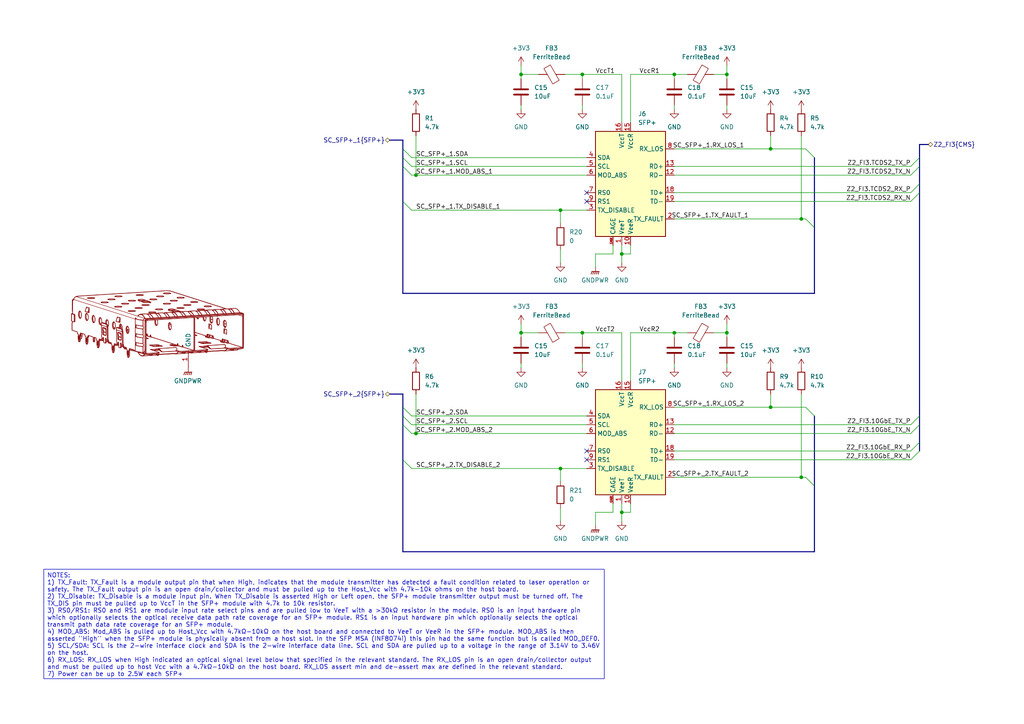
<source format=kicad_sch>
(kicad_sch (version 20230121) (generator eeschema)
  (paper "A4")
  (title_block (title "ATCA Simple Loopback HUB") (date "2023-09-26") (rev "1.0") (company "Karlsruhe Institute of Technology (KIT)") (comment 1 "Institute for Data Processing and Electronics (IPE)") (comment 2 "Luis Ardila") (comment 3 "IPE-380-06") (comment 4 "Licensed under CERN-OHL-P-2.0"))
  (lib_symbols
    (symbol "Device:C" (pin_numbers hide) (pin_names (offset 0.254))
      (property "Reference" "C" (at 0.635 2.54 0))
      (property "Value" "C" (at 0.635 -2.54 0))
      (symbol "C_1_1"
        (pin passive line (at 0 3.81 270) (length 2.794) (name "~") (number "1"))
        (pin passive line (at 0 -3.81 90) (length 2.794) (name "~") (number "2"))
      )
    )
    (symbol "Device:FerriteBead" (pin_numbers hide) (pin_names (offset 0))
      (property "Reference" "FB" (at -3.81 0.635 90))
      (property "Value" "FerriteBead" (at 3.81 0 90))
      (symbol "FerriteBead_1_1"
        (pin passive line (at 0 3.81 270) (length 2.54) (name "~") (number "1"))
        (pin passive line (at 0 -3.81 90) (length 2.54) (name "~") (number "2"))
      )
    )
    (symbol "Device:R" (pin_numbers hide) (pin_names (offset 0))
      (property "Reference" "R" (at 2.032 0 90))
      (property "Value" "R" (at 0 0 90))
      (symbol "R_1_1"
        (pin passive line (at 0 3.81 270) (length 1.27) (name "~") (number "1"))
        (pin passive line (at 0 -3.81 90) (length 1.27) (name "~") (number "2"))
      )
    )
    (symbol "Interface_Optical:SFP+"
      (property "Reference" "J" (at -8.89 16.51 0))
      (property "Value" "SFP+" (at 11.43 16.51 0))
      (symbol "SFP+_1_1"
        (pin power_in line (at -2.54 -17.78 90) (length 2.54) (name "VeeT") (number "1"))
        (pin power_in line (at 0 -17.78 90) (length 2.54) (name "VeeR") (number "10"))
        (pin passive line (at 0 -17.78 90) (length 2.54) hide (name "VeeR") (number "11"))
        (pin output line (at 12.7 2.54 180) (length 2.54) (name "RD-") (number "12"))
        (pin output line (at 12.7 5.08 180) (length 2.54) (name "RD+") (number "13"))
        (pin passive line (at 0 -17.78 90) (length 2.54) hide (name "VeeR") (number "14"))
        (pin power_in line (at 0 17.78 270) (length 2.54) (name "VccR") (number "15"))
        (pin power_in line (at -2.54 17.78 270) (length 2.54) (name "VccT") (number "16"))
        (pin passive line (at -2.54 -17.78 90) (length 2.54) hide (name "VeeT") (number "17"))
        (pin input line (at 12.7 -2.54 180) (length 2.54) (name "TD+") (number "18"))
        (pin input line (at 12.7 -5.08 180) (length 2.54) (name "TD-") (number "19"))
        (pin open_collector line (at 12.7 -10.16 180) (length 2.54) (name "TX_FAULT") (number "2"))
        (pin passive line (at -2.54 -17.78 90) (length 2.54) hide (name "VeeT") (number "20"))
        (pin input line (at -12.7 -7.62 0) (length 2.54) (name "TX_DISABLE") (number "3"))
        (pin bidirectional line (at -12.7 7.62 0) (length 2.54) (name "SDA") (number "4"))
        (pin input line (at -12.7 5.08 0) (length 2.54) (name "SCL") (number "5"))
        (pin passive line (at -12.7 2.54 0) (length 2.54) (name "MOD_ABS") (number "6"))
        (pin input line (at -12.7 -2.54 0) (length 2.54) (name "RS0") (number "7"))
        (pin open_collector line (at 12.7 10.16 180) (length 2.54) (name "RX_LOS") (number "8"))
        (pin input line (at -12.7 -5.08 0) (length 2.54) (name "RS1") (number "9"))
        (pin passive line (at -5.08 -17.78 90) (length 2.54) (name "CAGE") (number "CAGE"))
      )
    )
    (symbol "power:+3V3" (power) (pin_names (offset 0))
      (property "Value" "+3V3" (at 0 3.556 0))
      (symbol "+3V3_1_1"
        (pin power_in line (at 0 0 90) (length 0) hide (name "+3V3") (number "1"))
      )
    )
    (symbol "power:GND" (power) (pin_names (offset 0))
      (property "Value" "GND" (at 0 -3.81 0))
      (symbol "GND_1_1"
        (pin power_in line (at 0 0 270) (length 0) hide (name "GND") (number "1"))
      )
    )
    (symbol "power:GNDPWR" (power) (pin_names (offset 0))
      (property "Value" "GNDPWR" (at 0 -3.302 0))
      (symbol "GNDPWR_1_1"
        (pin power_in line (at 0 0 270) (length 0) hide (name "GNDPWR") (number "1"))
      )
    )
    (symbol "project:TE 2007262-1" (pin_names (offset 1.016))
      (symbol "TE 2007262-1_1_1"
        (pin power_in line (at 8.89 -12.7 90) (length 5) (name "GND") (number "1"))
      )
    )
  )
  (bus_alias "SFP+" (members "SDA" "SCL" "MOD_ABS_1" "TX_DISABLE_1" "RX_LOS_1" "TX_FAULT_1" "MOD_ABS_2" "TX_DISABLE_2" "RX_LOS_2" "TX_FAULT_2"))
  (junction (at 168.91 96.52))
  (junction (at 151.13 96.52))
  (junction (at 120.65 50.8))
  (junction (at 162.56 60.96))
  (junction (at 195.58 21.59))
  (junction (at 162.56 135.89))
  (junction (at 232.41 138.43))
  (junction (at 223.52 118.11))
  (junction (at 195.58 96.52))
  (junction (at 120.65 125.73))
  (junction (at 232.41 63.5))
  (junction (at 210.82 21.59))
  (junction (at 223.52 43.18))
  (junction (at 168.91 21.59))
  (junction (at 180.34 73.66))
  (junction (at 210.82 96.52))
  (junction (at 151.13 21.59))
  (junction (at 180.34 148.59))
  (no_connect (at 170.18 130.81))
  (no_connect (at 170.18 58.42))
  (no_connect (at 170.18 55.88))
  (no_connect (at 170.18 133.35))
  (bus_entry (at 266.7 120.65) (size -2.54 2.54))
  (bus_entry (at 266.7 123.19) (size -2.54 2.54))
  (bus_entry (at 233.68 43.18) (size 2.54 2.54))
  (bus_entry (at 233.68 118.11) (size 2.54 2.54))
  (bus_entry (at 233.68 138.43) (size 2.54 2.54))
  (bus_entry (at 116.84 133.35) (size 2.54 2.54))
  (bus_entry (at 116.84 123.19) (size 2.54 2.54))
  (bus_entry (at 266.7 130.81) (size -2.54 2.54))
  (bus_entry (at 233.68 63.5) (size 2.54 2.54))
  (bus_entry (at 116.84 45.72) (size 2.54 2.54))
  (bus_entry (at 266.7 55.88) (size -2.54 2.54))
  (bus_entry (at 266.7 48.26) (size -2.54 2.54))
  (bus_entry (at 266.7 53.34) (size -2.54 2.54))
  (bus_entry (at 116.84 48.26) (size 2.54 2.54))
  (bus_entry (at 266.7 128.27) (size -2.54 2.54))
  (bus_entry (at 116.84 118.11) (size 2.54 2.54))
  (bus_entry (at 266.7 45.72) (size -2.54 2.54))
  (bus_entry (at 116.84 43.18) (size 2.54 2.54))
  (bus_entry (at 116.84 120.65) (size 2.54 2.54))
  (bus_entry (at 116.84 58.42) (size 2.54 2.54))
  (wire (pts (xy 210.82 21.59) (xy 210.82 22.86)))
  (wire (pts (xy 182.88 110.49) (xy 182.88 96.52)))
  (wire (pts (xy 195.58 43.18) (xy 223.52 43.18)))
  (wire (pts (xy 199.39 21.59) (xy 195.58 21.59)))
  (bus (pts (xy 236.22 66.04) (xy 236.22 85.09)))
  (bus (pts (xy 266.7 48.26) (xy 266.7 53.34)))
  (wire (pts (xy 177.8 148.59) (xy 177.8 146.05)))
  (bus (pts (xy 236.22 120.65) (xy 236.22 140.97)))
  (wire (pts (xy 180.34 148.59) (xy 180.34 151.13)))
  (wire (pts (xy 162.56 135.89) (xy 162.56 139.7)))
  (wire (pts (xy 195.58 118.11) (xy 223.52 118.11)))
  (wire (pts (xy 182.88 148.59) (xy 180.34 148.59)))
  (bus (pts (xy 116.84 40.64) (xy 116.84 43.18)))
  (wire (pts (xy 195.58 96.52) (xy 195.58 97.79)))
  (wire (pts (xy 151.13 96.52) (xy 156.21 96.52)))
  (wire (pts (xy 162.56 60.96) (xy 162.56 64.77)))
  (wire (pts (xy 163.83 96.52) (xy 168.91 96.52)))
  (bus (pts (xy 116.84 123.19) (xy 116.84 133.35)))
  (wire (pts (xy 151.13 21.59) (xy 151.13 22.86)))
  (wire (pts (xy 182.88 71.12) (xy 182.88 73.66)))
  (wire (pts (xy 168.91 21.59) (xy 180.34 21.59)))
  (wire (pts (xy 162.56 72.39) (xy 162.56 76.2)))
  (wire (pts (xy 180.34 73.66) (xy 180.34 76.2)))
  (wire (pts (xy 119.38 60.96) (xy 162.56 60.96)))
  (bus (pts (xy 236.22 140.97) (xy 236.22 160.02)))
  (wire (pts (xy 119.38 50.8) (xy 120.65 50.8)))
  (wire (pts (xy 119.38 125.73) (xy 120.65 125.73)))
  (bus (pts (xy 116.84 48.26) (xy 116.84 58.42)))
  (wire (pts (xy 162.56 147.32) (xy 162.56 151.13)))
  (wire (pts (xy 199.39 96.52) (xy 195.58 96.52)))
  (bus (pts (xy 236.22 45.72) (xy 236.22 66.04)))
  (wire (pts (xy 172.72 148.59) (xy 177.8 148.59)))
  (bus (pts (xy 113.03 40.64) (xy 116.84 40.64)))
  (wire (pts (xy 119.38 48.26) (xy 170.18 48.26)))
  (wire (pts (xy 195.58 21.59) (xy 195.58 22.86)))
  (wire (pts (xy 210.82 30.48) (xy 210.82 31.75)))
  (wire (pts (xy 232.41 114.3) (xy 232.41 138.43)))
  (wire (pts (xy 168.91 96.52) (xy 180.34 96.52)))
  (wire (pts (xy 120.65 114.3) (xy 120.65 125.73)))
  (wire (pts (xy 168.91 21.59) (xy 168.91 22.86)))
  (wire (pts (xy 120.65 125.73) (xy 170.18 125.73)))
  (wire (pts (xy 177.8 73.66) (xy 177.8 71.12)))
  (wire (pts (xy 151.13 93.98) (xy 151.13 96.52)))
  (bus (pts (xy 266.7 128.27) (xy 266.7 130.81)))
  (bus (pts (xy 116.84 120.65) (xy 116.84 123.19)))
  (wire (pts (xy 195.58 58.42) (xy 264.16 58.42)))
  (bus (pts (xy 116.84 45.72) (xy 116.84 48.26)))
  (bus (pts (xy 269.24 41.91) (xy 266.7 41.91)))
  (wire (pts (xy 172.72 152.4) (xy 172.72 148.59)))
  (wire (pts (xy 119.38 123.19) (xy 170.18 123.19)))
  (wire (pts (xy 195.58 106.68) (xy 195.58 105.41)))
  (wire (pts (xy 119.38 135.89) (xy 162.56 135.89)))
  (bus (pts (xy 266.7 120.65) (xy 266.7 123.19)))
  (wire (pts (xy 232.41 39.37) (xy 232.41 63.5)))
  (wire (pts (xy 168.91 30.48) (xy 168.91 31.75)))
  (wire (pts (xy 163.83 21.59) (xy 168.91 21.59)))
  (wire (pts (xy 172.72 73.66) (xy 177.8 73.66)))
  (bus (pts (xy 116.84 133.35) (xy 116.84 160.02)))
  (bus (pts (xy 266.7 55.88) (xy 266.7 120.65)))
  (bus (pts (xy 266.7 53.34) (xy 266.7 55.88)))
  (wire (pts (xy 180.34 71.12) (xy 180.34 73.66)))
  (wire (pts (xy 223.52 43.18) (xy 223.52 39.37)))
  (wire (pts (xy 223.52 43.18) (xy 233.68 43.18)))
  (wire (pts (xy 195.58 125.73) (xy 264.16 125.73)))
  (wire (pts (xy 210.82 96.52) (xy 210.82 97.79)))
  (wire (pts (xy 182.88 21.59) (xy 195.58 21.59)))
  (bus (pts (xy 116.84 114.3) (xy 116.84 118.11)))
  (wire (pts (xy 119.38 120.65) (xy 170.18 120.65)))
  (wire (pts (xy 182.88 146.05) (xy 182.88 148.59)))
  (wire (pts (xy 182.88 35.56) (xy 182.88 21.59)))
  (wire (pts (xy 223.52 118.11) (xy 233.68 118.11)))
  (wire (pts (xy 210.82 93.98) (xy 210.82 96.52)))
  (bus (pts (xy 113.03 114.3) (xy 116.84 114.3)))
  (bus (pts (xy 266.7 123.19) (xy 266.7 128.27)))
  (bus (pts (xy 116.84 43.18) (xy 116.84 45.72)))
  (wire (pts (xy 151.13 96.52) (xy 151.13 97.79)))
  (wire (pts (xy 210.82 21.59) (xy 207.01 21.59)))
  (wire (pts (xy 151.13 19.05) (xy 151.13 21.59)))
  (wire (pts (xy 180.34 35.56) (xy 180.34 21.59)))
  (wire (pts (xy 151.13 105.41) (xy 151.13 106.68)))
  (wire (pts (xy 162.56 135.89) (xy 170.18 135.89)))
  (wire (pts (xy 162.56 60.96) (xy 170.18 60.96)))
  (wire (pts (xy 180.34 146.05) (xy 180.34 148.59)))
  (wire (pts (xy 195.58 50.8) (xy 264.16 50.8)))
  (wire (pts (xy 210.82 96.52) (xy 207.01 96.52)))
  (wire (pts (xy 195.58 55.88) (xy 264.16 55.88)))
  (wire (pts (xy 120.65 50.8) (xy 170.18 50.8)))
  (wire (pts (xy 195.58 123.19) (xy 264.16 123.19)))
  (wire (pts (xy 195.58 130.81) (xy 264.16 130.81)))
  (wire (pts (xy 232.41 63.5) (xy 233.68 63.5)))
  (wire (pts (xy 168.91 96.52) (xy 168.91 97.79)))
  (wire (pts (xy 151.13 30.48) (xy 151.13 31.75)))
  (wire (pts (xy 151.13 21.59) (xy 156.21 21.59)))
  (bus (pts (xy 266.7 45.72) (xy 266.7 48.26)))
  (wire (pts (xy 232.41 138.43) (xy 233.68 138.43)))
  (wire (pts (xy 172.72 77.47) (xy 172.72 73.66)))
  (wire (pts (xy 182.88 73.66) (xy 180.34 73.66)))
  (bus (pts (xy 116.84 58.42) (xy 116.84 85.09)))
  (bus (pts (xy 116.84 160.02) (xy 236.22 160.02)))
  (wire (pts (xy 168.91 105.41) (xy 168.91 106.68)))
  (bus (pts (xy 116.84 85.09) (xy 236.22 85.09)))
  (wire (pts (xy 195.58 138.43) (xy 232.41 138.43)))
  (wire (pts (xy 195.58 31.75) (xy 195.58 30.48)))
  (wire (pts (xy 210.82 105.41) (xy 210.82 106.68)))
  (wire (pts (xy 195.58 48.26) (xy 264.16 48.26)))
  (wire (pts (xy 120.65 39.37) (xy 120.65 50.8)))
  (bus (pts (xy 266.7 41.91) (xy 266.7 45.72)))
  (wire (pts (xy 210.82 19.05) (xy 210.82 21.59)))
  (wire (pts (xy 223.52 118.11) (xy 223.52 114.3)))
  (wire (pts (xy 180.34 110.49) (xy 180.34 96.52)))
  (wire (pts (xy 195.58 63.5) (xy 232.41 63.5)))
  (bus (pts (xy 116.84 118.11) (xy 116.84 120.65)))
  (wire (pts (xy 195.58 133.35) (xy 264.16 133.35)))
  (wire (pts (xy 182.88 96.52) (xy 195.58 96.52)))
  (wire (pts (xy 119.38 45.72) (xy 170.18 45.72)))
  (text_box "NOTES:\n1) TX_Fault: TX_Fault is a module output pin that when High, indicates that the module transmitter has detected a fault condition related to laser operation or safety. The TX_Fault output pin is an open drain/collector and must be pulled up to the Host_Vcc with 4.7k-10k ohms on the host board.\n2) TX_Disable: TX_Disable is a module input pin. When TX_Disable is asserted High or Left open, the SFP+ module transmitter output must be turned off. The TX_DIS pin must be pulled up to VccT in the SFP+ module with 4.7k to 10k resistor.\n3) RS0/RS1: RS0 and RS1 are module input rate select pins and are pulled low to VeeT with a >30kΩ resistor in the module. RS0 is an input hardware pin which optionally selects the optical receive data path rate coverage for an SFP+ module. RS1 is an input hardware pin which optionally selects the optical transmit path data rate coverage for an SFP+ module.\n4) MOD_ABS: Mod_ABS is pulled up to Host_Vcc with 4.7kΩ-10kΩ on the host board and connected to VeeT or VeeR in the SFP+ module. MOD_ABS is then asserted ''High'' when the SFP+ module is physically absent from a host slot. In the SFP MSA (INF8074i) this pin had the same function but is called MOD_DEF0.\n5) SCL/SDA: SCL is the 2-wire interface clock and SDA is the 2-wire interface data line. SCL and SDA are pulled up to a voltage in the range of 3.14V to 3.46V on the host.\n6) RX_LOS: RX_LOS when High indicated an optical signal level below that specified in the relevant standard. The RX_LOS pin is an open drain/collector output and must be pulled up to host Vcc with a 4.7kΩ-10kΩ on the host board. RX_LOS assert min and de-assert max are defined in the relevant standard.\n7) Power can be up to 2.5W each SFP+" (at 12.7 165.1 0) (size 162.56 31.75) (effects (font (size 1.27 1.27)) (justify left top)))
  (label "SC_SFP+_2.MOD_ABS_2" (at 120.65 125.73 0))
  (label "Z2_FI3.TCDS2_TX_N" (at 264.16 50.8 180))
  (label "SC_SFP+_2.TX_DISABLE_2" (at 120.65 135.89 0))
  (label "Z2_FI3.TCDS2_RX_P" (at 264.16 55.88 180))
  (label "SC_SFP+_1.RX_LOS_1" (at 215.9 43.18 180))
  (label "SC_SFP+_1.SDA" (at 120.65 45.72 0))
  (label "SC_SFP+_1.TX_DISABLE_1" (at 120.65 60.96 0))
  (label "Z2_FI3.TCDS2_RX_N" (at 264.16 58.42 180))
  (label "Z2_FI3.10GbE_RX_P" (at 264.16 130.81 180))
  (label "SC_SFP+_2.TX_FAULT_2" (at 217.17 138.43 180))
  (label "SC_SFP+_2.SDA" (at 120.65 120.65 0))
  (label "VccR1" (at 185.42 21.59 0))
  (label "SC_SFP+_1.RX_LOS_2" (at 215.9 118.11 180))
  (label "VccT1" (at 172.72 21.59 0))
  (label "VccT2" (at 172.72 96.52 0))
  (label "SC_SFP+_1.MOD_ABS_1" (at 120.65 50.8 0))
  (label "SC_SFP+_1.SCL" (at 120.65 48.26 0))
  (label "Z2_FI3.10GbE_TX_P" (at 264.16 123.19 180))
  (label "SC_SFP+_2.SCL" (at 120.65 123.19 0))
  (label "Z2_FI3.TCDS2_TX_P" (at 264.16 48.26 180))
  (label "VccR2" (at 185.42 96.52 0))
  (label "Z2_FI3.10GbE_RX_N" (at 264.16 133.35 180))
  (label "SC_SFP+_1.TX_FAULT_1" (at 217.17 63.5 180))
  (label "Z2_FI3.10GbE_TX_N" (at 264.16 125.73 180))
  (hierarchical_label "SC_SFP+_1{SFP+}" (shape bidirectional) (at 113.03 40.64 180))
  (hierarchical_label "Z2_FI3{CMS}" (shape bidirectional) (at 269.24 41.91 0))
  (hierarchical_label "SC_SFP+_2{SFP+}" (shape bidirectional) (at 113.03 114.3 180))
  (symbol (lib_id "Device:R") (at 223.52 35.56 0) (unit 1)
    (property "Reference" "R4" (at 226.06 34.29 0) (effects (justify left)))
    (property "Value" "4.7k" (at 226.06 36.83 0) (effects (justify left)))
    (property "Footprint" "Resistor_SMD:R_0402_1005Metric" (effects hide))
  )
  (symbol (lib_id "power:GND") (at 168.91 31.75 0) (unit 1)
    (property "Reference" "#PWR087" (effects hide))
    (property "Value" "GND" (at 168.91 36.83 0))
  )
  (symbol (lib_id "power:+3V3") (at 210.82 93.98 0) (unit 1)
    (property "Reference" "#PWR0117" (effects hide))
    (property "Value" "+3V3" (at 210.82 88.9 0))
    (instances (project "atca-simple-loopback-hub" (path "" (reference "#PWR0117") (unit 1)) (path "" (reference "#PWR068") (unit 1))))
  )
  (symbol (lib_id "Interface_Optical:SFP+") (at 182.88 53.34 0) (unit 1)
    (property "Reference" "J6" (at 185.0741 33.02 0) (effects (justify left)))
    (property "Value" "SFP+" (at 185.0741 35.56 0) (effects (justify left)))
    (property "Footprint" "project:TE_1888247-1" (effects hide))
    (property "Datasheet" "https://members.snia.org/document/dl/25892" (effects hide))
  )
  (symbol (lib_id "power:GND") (at 195.58 106.68 0) (unit 1)
    (property "Reference" "#PWR0114" (effects hide))
    (property "Value" "GND" (at 195.58 111.76 0))
  )
  (symbol (lib_id "Device:C") (at 151.13 26.67 0) (mirror x) (unit 1)
    (property "Reference" "C15" (at 154.94 25.4 0) (effects (justify left)))
    (property "Value" "10uF" (at 154.94 27.94 0) (effects (justify left)))
    (property "Footprint" "Capacitor_SMD:C_0603_1608Metric" (effects hide))
    (instances (project "atca-simple-loopback-hub" (path "" (reference "C15") (unit 1)) (path "" (reference "C34") (unit 1)) (path "" (reference "C64") (unit 1))))
  )
  (symbol (lib_id "power:GND") (at 162.56 151.13 0) (unit 1)
    (property "Reference" "#PWR033" (effects hide))
    (property "Value" "GND" (at 162.56 156.21 0))
  )
  (symbol (lib_id "Device:R") (at 120.65 35.56 0) (unit 1)
    (property "Reference" "R1" (at 123.19 34.29 0) (effects (justify left)))
    (property "Value" "4.7k" (at 123.19 36.83 0) (effects (justify left)))
    (property "Footprint" "Resistor_SMD:R_0402_1005Metric" (effects hide))
  )
  (symbol (lib_id "Device:C") (at 151.13 101.6 0) (mirror x) (unit 1)
    (property "Reference" "C15" (at 154.94 100.33 0) (effects (justify left)))
    (property "Value" "10uF" (at 154.94 102.87 0) (effects (justify left)))
    (property "Footprint" "Capacitor_SMD:C_0603_1608Metric" (effects hide))
    (instances (project "atca-simple-loopback-hub" (path "" (reference "C15") (unit 1)) (path "" (reference "C34") (unit 1)) (path "" (reference "C56") (unit 1))))
  )
  (symbol (lib_id "Device:FerriteBead") (at 160.02 21.59 90) (mirror x) (unit 1)
    (property "Reference" "FB3" (at 159.9692 13.97 90))
    (property "Value" "FerriteBead" (at 159.9692 16.51 90))
    (property "Footprint" "Inductor_SMD:L_0603_1608Metric" (effects hide))
    (instances (project "atca-simple-loopback-hub" (path "" (reference "FB3") (unit 1)) (path "" (reference "FB2") (unit 1)) (path "" (reference "FB7") (unit 1))))
  )
  (symbol (lib_id "Device:R") (at 232.41 110.49 0) (unit 1)
    (property "Reference" "R10" (at 234.95 109.22 0) (effects (justify left)))
    (property "Value" "4.7k" (at 234.95 111.76 0) (effects (justify left)))
    (property "Footprint" "Resistor_SMD:R_0402_1005Metric" (effects hide))
  )
  (symbol (lib_id "power:GND") (at 180.34 151.13 0) (unit 1)
    (property "Reference" "#PWR08" (effects hide))
    (property "Value" "GND" (at 180.34 156.21 0))
  )
  (symbol (lib_id "Device:FerriteBead") (at 203.2 21.59 270) (unit 1)
    (property "Reference" "FB3" (at 203.2508 13.97 90))
    (property "Value" "FerriteBead" (at 203.2508 16.51 90))
    (property "Footprint" "Inductor_SMD:L_0603_1608Metric" (effects hide))
    (instances (project "atca-simple-loopback-hub" (path "" (reference "FB3") (unit 1)) (path "" (reference "FB2") (unit 1)) (path "" (reference "FB8") (unit 1))))
  )
  (symbol (lib_id "power:GND") (at 151.13 106.68 0) (unit 1)
    (property "Reference" "#PWR0100" (effects hide))
    (property "Value" "GND" (at 151.13 111.76 0))
  )
  (symbol (lib_id "power:GND") (at 195.58 31.75 0) (unit 1)
    (property "Reference" "#PWR0113" (effects hide))
    (property "Value" "GND" (at 195.58 36.83 0))
  )
  (symbol (lib_id "power:GNDPWR") (at 54.61 106.68 0) (unit 1)
    (property "Reference" "#PWR037" (effects hide))
    (property "Value" "GNDPWR" (at 54.483 110.49 0))
  )
  (symbol (lib_id "Interface_Optical:SFP+") (at 182.88 128.27 0) (unit 1)
    (property "Reference" "J7" (at 185.0741 107.95 0) (effects (justify left)))
    (property "Value" "SFP+" (at 185.0741 110.49 0) (effects (justify left)))
    (property "Footprint" "project:TE_1888247-1" (effects hide))
    (property "Datasheet" "https://members.snia.org/document/dl/25892" (effects hide))
  )
  (symbol (lib_id "Device:R") (at 162.56 143.51 0) (unit 1)
    (property "Reference" "R21" (at 165.1 142.24 0) (effects (justify left)))
    (property "Value" "0" (at 165.1 144.78 0) (effects (justify left)))
    (property "Footprint" "Resistor_SMD:R_0402_1005Metric" (effects hide))
  )
  (symbol (lib_id "Device:FerriteBead") (at 203.2 96.52 270) (unit 1)
    (property "Reference" "FB3" (at 203.2508 88.9 90))
    (property "Value" "FerriteBead" (at 203.2508 91.44 90))
    (property "Footprint" "Inductor_SMD:L_0603_1608Metric" (effects hide))
    (instances (project "atca-simple-loopback-hub" (path "" (reference "FB3") (unit 1)) (path "" (reference "FB2") (unit 1)) (path "" (reference "FB10") (unit 1))))
  )
  (symbol (lib_id "power:GNDPWR") (at 172.72 77.47 0) (unit 1)
    (property "Reference" "#PWR088" (effects hide))
    (property "Value" "GNDPWR" (at 172.593 81.28 0))
  )
  (symbol (lib_id "power:+3V3") (at 223.52 106.68 0) (unit 1)
    (property "Reference" "#PWR016" (effects hide))
    (property "Value" "+3V3" (at 223.52 101.6 0))
  )
  (symbol (lib_id "power:GND") (at 210.82 106.68 0) (unit 1)
    (property "Reference" "#PWR0118" (effects hide))
    (property "Value" "GND" (at 210.82 111.76 0))
  )
  (symbol (lib_id "power:+3V3") (at 232.41 31.75 0) (unit 1)
    (property "Reference" "#PWR024" (effects hide))
    (property "Value" "+3V3" (at 232.41 26.67 0))
  )
  (symbol (lib_id "power:+3V3") (at 210.82 19.05 0) (unit 1)
    (property "Reference" "#PWR022" (effects hide))
    (property "Value" "+3V3" (at 210.82 13.97 0))
    (instances (project "atca-simple-loopback-hub" (path "" (reference "#PWR022") (unit 1)) (path "" (reference "#PWR068") (unit 1))))
  )
  (symbol (lib_id "project:TE 2007262-1") (at 45.72 93.98 0) (unit 1)
    (property "Reference" "J16" (effects hide))
    (property "Value" "TE 2007262-1" (effects hide))
    (property "Footprint" "project:TE_2007263-1" (effects hide))
    (property "Datasheet" "https://www.te.com/commerce/DocumentDelivery/DDEController?Action=showdoc&DocId=Customer+Drawing%7F2007262%7FF2%7Fpdf%7FEnglish%7FENG_CD_2007262_F2.pdf%7F2007262-1" (effects hide))
    (property "RS" "164-0754" (effects hide))
    (property "Mouser" "571-2007263-1 " (effects hide))
    (property "Digikey" "A97937-ND" (effects hide))
  )
  (symbol (lib_id "power:+3V3") (at 151.13 19.05 0) (unit 1)
    (property "Reference" "#PWR086" (effects hide))
    (property "Value" "+3V3" (at 151.13 13.97 0))
    (instances (project "atca-simple-loopback-hub" (path "" (reference "#PWR086") (unit 1)) (path "" (reference "#PWR068") (unit 1))))
  )
  (symbol (lib_id "Device:R") (at 120.65 110.49 0) (unit 1)
    (property "Reference" "R6" (at 123.19 109.22 0) (effects (justify left)))
    (property "Value" "4.7k" (at 123.19 111.76 0) (effects (justify left)))
    (property "Footprint" "Resistor_SMD:R_0402_1005Metric" (effects hide))
  )
  (symbol (lib_id "power:GND") (at 180.34 76.2 0) (unit 1)
    (property "Reference" "#PWR07" (effects hide))
    (property "Value" "GND" (at 180.34 81.28 0))
  )
  (symbol (lib_id "Device:FerriteBead") (at 160.02 96.52 90) (mirror x) (unit 1)
    (property "Reference" "FB3" (at 159.9692 88.9 90))
    (property "Value" "FerriteBead" (at 159.9692 91.44 90))
    (property "Footprint" "Inductor_SMD:L_0603_1608Metric" (effects hide))
    (instances (project "atca-simple-loopback-hub" (path "" (reference "FB3") (unit 1)) (path "" (reference "FB2") (unit 1)) (path "" (reference "FB9") (unit 1))))
  )
  (symbol (lib_id "Device:R") (at 232.41 35.56 0) (unit 1)
    (property "Reference" "R5" (at 234.95 34.29 0) (effects (justify left)))
    (property "Value" "4.7k" (at 234.95 36.83 0) (effects (justify left)))
    (property "Footprint" "Resistor_SMD:R_0402_1005Metric" (effects hide))
  )
  (symbol (lib_id "power:+3V3") (at 223.52 31.75 0) (unit 1)
    (property "Reference" "#PWR023" (effects hide))
    (property "Value" "+3V3" (at 223.52 26.67 0))
  )
  (symbol (lib_id "Device:R") (at 223.52 110.49 0) (unit 1)
    (property "Reference" "R9" (at 226.06 109.22 0) (effects (justify left)))
    (property "Value" "4.7k" (at 226.06 111.76 0) (effects (justify left)))
    (property "Footprint" "Resistor_SMD:R_0402_1005Metric" (effects hide))
  )
  (symbol (lib_id "power:GND") (at 210.82 31.75 0) (unit 1)
    (property "Reference" "#PWR0115" (effects hide))
    (property "Value" "GND" (at 210.82 36.83 0))
  )
  (symbol (lib_id "power:+3V3") (at 232.41 106.68 0) (unit 1)
    (property "Reference" "#PWR017" (effects hide))
    (property "Value" "+3V3" (at 232.41 101.6 0))
  )
  (symbol (lib_id "power:+3V3") (at 120.65 31.75 0) (unit 1)
    (property "Reference" "#PWR019" (effects hide))
    (property "Value" "+3V3" (at 120.65 26.67 0))
  )
  (symbol (lib_id "power:GNDPWR") (at 172.72 152.4 0) (unit 1)
    (property "Reference" "#PWR089" (effects hide))
    (property "Value" "GNDPWR" (at 172.593 156.21 0))
  )
  (symbol (lib_id "Device:C") (at 168.91 101.6 180) (unit 1)
    (property "Reference" "C17" (at 172.72 100.33 0) (effects (justify right)))
    (property "Value" "0.1uF" (at 172.72 102.87 0) (effects (justify right)))
    (property "Footprint" "Capacitor_SMD:C_0402_1005Metric" (effects hide))
    (instances (project "atca-simple-loopback-hub" (path "" (reference "C17") (unit 1)) (path "" (reference "C47") (unit 1))))
  )
  (symbol (lib_id "Device:C") (at 210.82 26.67 180) (unit 1)
    (property "Reference" "C15" (at 214.63 25.4 0) (effects (justify right)))
    (property "Value" "10uF" (at 214.63 27.94 0) (effects (justify right)))
    (property "Footprint" "Capacitor_SMD:C_0603_1608Metric" (effects hide))
    (instances (project "atca-simple-loopback-hub" (path "" (reference "C15") (unit 1)) (path "" (reference "C34") (unit 1)) (path "" (reference "C65") (unit 1))))
  )
  (symbol (lib_id "power:GND") (at 168.91 106.68 0) (unit 1)
    (property "Reference" "#PWR0110" (effects hide))
    (property "Value" "GND" (at 168.91 111.76 0))
  )
  (symbol (lib_id "Device:C") (at 195.58 101.6 0) (mirror x) (unit 1)
    (property "Reference" "C18" (at 199.39 100.33 0) (effects (justify left)))
    (property "Value" "0.1uF" (at 199.39 102.87 0) (effects (justify left)))
    (property "Footprint" "Capacitor_SMD:C_0402_1005Metric" (effects hide))
    (instances (project "atca-simple-loopback-hub" (path "" (reference "C18") (unit 1)) (path "" (reference "C48") (unit 1))))
  )
  (symbol (lib_id "Device:C") (at 210.82 101.6 180) (unit 1)
    (property "Reference" "C15" (at 214.63 100.33 0) (effects (justify right)))
    (property "Value" "10uF" (at 214.63 102.87 0) (effects (justify right)))
    (property "Footprint" "Capacitor_SMD:C_0603_1608Metric" (effects hide))
    (instances (project "atca-simple-loopback-hub" (path "" (reference "C15") (unit 1)) (path "" (reference "C34") (unit 1)) (path "" (reference "C102") (unit 1))))
  )
  (symbol (lib_id "Device:R") (at 162.56 68.58 0) (unit 1)
    (property "Reference" "R20" (at 165.1 67.31 0) (effects (justify left)))
    (property "Value" "0" (at 165.1 69.85 0) (effects (justify left)))
    (property "Footprint" "Resistor_SMD:R_0402_1005Metric" (effects hide))
  )
  (symbol (lib_id "Device:C") (at 195.58 26.67 0) (mirror x) (unit 1)
    (property "Reference" "C18" (at 199.39 25.4 0) (effects (justify left)))
    (property "Value" "0.1uF" (at 199.39 27.94 0) (effects (justify left)))
    (property "Footprint" "Capacitor_SMD:C_0402_1005Metric" (effects hide))
    (instances (project "atca-simple-loopback-hub" (path "" (reference "C18") (unit 1)) (path "" (reference "C46") (unit 1))))
  )
  (symbol (lib_id "power:GND") (at 151.13 31.75 0) (unit 1)
    (property "Reference" "#PWR0116" (effects hide))
    (property "Value" "GND" (at 151.13 36.83 0))
  )
  (symbol (lib_id "power:+3V3") (at 151.13 93.98 0) (unit 1)
    (property "Reference" "#PWR015" (effects hide))
    (property "Value" "+3V3" (at 151.13 88.9 0))
    (instances (project "atca-simple-loopback-hub" (path "" (reference "#PWR015") (unit 1)) (path "" (reference "#PWR068") (unit 1))))
  )
  (symbol (lib_id "Device:C") (at 168.91 26.67 180) (unit 1)
    (property "Reference" "C17" (at 172.72 25.4 0) (effects (justify right)))
    (property "Value" "0.1uF" (at 172.72 27.94 0) (effects (justify right)))
    (property "Footprint" "Capacitor_SMD:C_0402_1005Metric" (effects hide))
    (instances (project "atca-simple-loopback-hub" (path "" (reference "C17") (unit 1)) (path "" (reference "C45") (unit 1))))
  )
  (symbol (lib_id "power:GND") (at 162.56 76.2 0) (unit 1)
    (property "Reference" "#PWR032" (effects hide))
    (property "Value" "GND" (at 162.56 81.28 0))
  )
  (symbol (lib_id "power:+3V3") (at 120.65 106.68 0) (unit 1)
    (property "Reference" "#PWR010" (effects hide))
    (property "Value" "+3V3" (at 120.65 101.6 0))
  )
)
</source>
